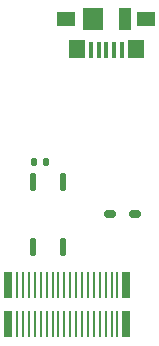
<source format=gbr>
%TF.GenerationSoftware,KiCad,Pcbnew,8.0.0*%
%TF.CreationDate,2024-03-06T14:13:33+03:00*%
%TF.ProjectId,micro17,6d696372-6f31-4372-9e6b-696361645f70,rev?*%
%TF.SameCoordinates,Original*%
%TF.FileFunction,Paste,Bot*%
%TF.FilePolarity,Positive*%
%FSLAX46Y46*%
G04 Gerber Fmt 4.6, Leading zero omitted, Abs format (unit mm)*
G04 Created by KiCad (PCBNEW 8.0.0) date 2024-03-06 14:13:33*
%MOMM*%
%LPD*%
G01*
G04 APERTURE LIST*
G04 Aperture macros list*
%AMRoundRect*
0 Rectangle with rounded corners*
0 $1 Rounding radius*
0 $2 $3 $4 $5 $6 $7 $8 $9 X,Y pos of 4 corners*
0 Add a 4 corners polygon primitive as box body*
4,1,4,$2,$3,$4,$5,$6,$7,$8,$9,$2,$3,0*
0 Add four circle primitives for the rounded corners*
1,1,$1+$1,$2,$3*
1,1,$1+$1,$4,$5*
1,1,$1+$1,$6,$7*
1,1,$1+$1,$8,$9*
0 Add four rect primitives between the rounded corners*
20,1,$1+$1,$2,$3,$4,$5,0*
20,1,$1+$1,$4,$5,$6,$7,0*
20,1,$1+$1,$6,$7,$8,$9,0*
20,1,$1+$1,$8,$9,$2,$3,0*%
G04 Aperture macros list end*
%ADD10RoundRect,0.150000X-0.350000X-0.150000X0.350000X-0.150000X0.350000X0.150000X-0.350000X0.150000X0*%
%ADD11RoundRect,0.137500X-0.137500X0.587500X-0.137500X-0.587500X0.137500X-0.587500X0.137500X0.587500X0*%
%ADD12R,0.450000X1.380000*%
%ADD13R,1.650000X1.300000*%
%ADD14R,1.425000X1.550000*%
%ADD15R,1.800000X1.900000*%
%ADD16R,1.000000X1.900000*%
%ADD17R,0.750000X2.300000*%
%ADD18R,0.250000X2.300000*%
%ADD19RoundRect,0.135000X0.135000X0.185000X-0.135000X0.185000X-0.135000X-0.185000X0.135000X-0.185000X0*%
G04 APERTURE END LIST*
D10*
%TO.C,D1*%
X194820000Y-67800000D03*
X196920000Y-67800000D03*
%TD*%
D11*
%TO.C,U3*%
X188330000Y-65150000D03*
X190870000Y-65150000D03*
X190870000Y-70650000D03*
X188330000Y-70650000D03*
%TD*%
D12*
%TO.C,J4*%
X193200000Y-53960000D03*
X193850000Y-53960000D03*
X194500000Y-53960000D03*
X195150000Y-53960000D03*
X195800000Y-53960000D03*
D13*
X191125000Y-51300000D03*
D14*
X192012500Y-53875000D03*
D15*
X193350000Y-51300000D03*
D16*
X196050000Y-51300000D03*
D14*
X196987500Y-53875000D03*
D13*
X197875000Y-51300000D03*
%TD*%
D17*
%TO.C,J2*%
X186200000Y-73850000D03*
X186200000Y-77150000D03*
D18*
X186950000Y-73850000D03*
X186950000Y-77150000D03*
X187450000Y-73850000D03*
X187450000Y-77150000D03*
X187950000Y-73850000D03*
X187950000Y-77150000D03*
X188450000Y-73850000D03*
X188450000Y-77150000D03*
X188950000Y-73850000D03*
X188950000Y-77150000D03*
X189450000Y-73850000D03*
X189450000Y-77150000D03*
X189950000Y-73850000D03*
X189950000Y-77150000D03*
X190450000Y-73850000D03*
X190450000Y-77150000D03*
X190950000Y-73850000D03*
X190950000Y-77150000D03*
X191450000Y-73850000D03*
X191450000Y-77150000D03*
X191950000Y-73850000D03*
X191950000Y-77150000D03*
X192450000Y-73850000D03*
X192450000Y-77150000D03*
X192950000Y-73850000D03*
X192950000Y-77150000D03*
X193450000Y-73850000D03*
X193450000Y-77150000D03*
X193950000Y-73850000D03*
X193950000Y-77150000D03*
X194450000Y-73850000D03*
X194450000Y-77150000D03*
X194950000Y-73850000D03*
X194950000Y-77150000D03*
X195450000Y-73850000D03*
X195450000Y-77150000D03*
D17*
X196200000Y-73850000D03*
X196200000Y-77150000D03*
%TD*%
D19*
%TO.C,R25*%
X189410000Y-63400000D03*
X188390000Y-63400000D03*
%TD*%
M02*

</source>
